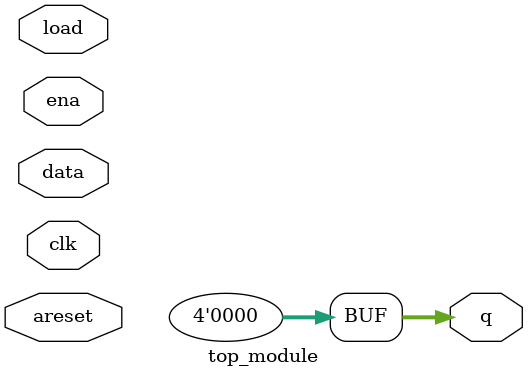
<source format=v>
module top_module(
    input  wire       clk,
    input  wire       areset,
    input  wire       load,
    input  wire       ena,
    input  wire [3:0] data,
    output  reg [3:0] q
);
    always @(areset) begin
        q <= 4'b0000;
    end
    always @(posedge clk) begin
        if (areset) begin
        end
        else begin
            if (load) begin
                q <= data;
            end
            else begin
                if (ena) begin
                    q <= {1'b0, q[3:1]};
                end
                else begin
                end
            end
        end
    end
endmodule

</source>
